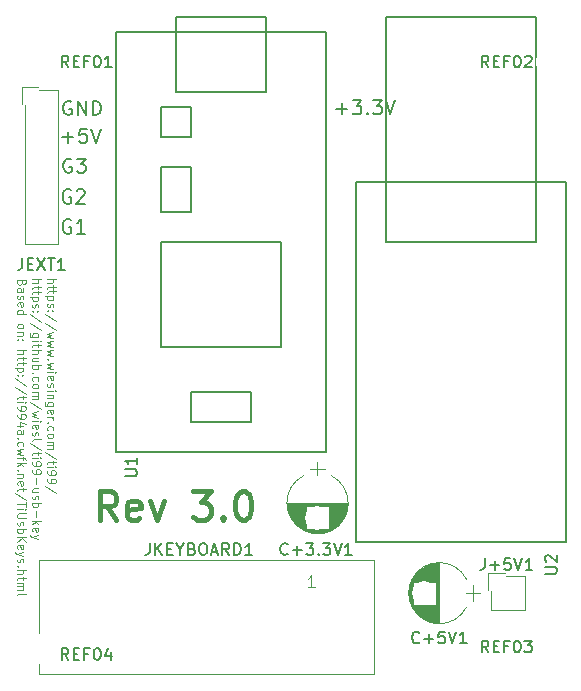
<source format=gto>
%TF.GenerationSoftware,KiCad,Pcbnew,4.0.7*%
%TF.CreationDate,2017-09-16T19:45:42+02:00*%
%TF.ProjectId,ti99-usb-key,746939392D7573622D6B65792E6B6963,3.0*%
%TF.FileFunction,Legend,Top*%
%FSLAX46Y46*%
G04 Gerber Fmt 4.6, Leading zero omitted, Abs format (unit mm)*
G04 Created by KiCad (PCBNEW 4.0.7) date 09/16/17 19:45:42*
%MOMM*%
%LPD*%
G01*
G04 APERTURE LIST*
%ADD10C,0.101600*%
%ADD11C,0.120000*%
%ADD12C,0.400000*%
%ADD13C,0.200000*%
%ADD14C,0.150000*%
%ADD15C,2.600000*%
%ADD16C,2.000000*%
%ADD17R,2.000000X2.000000*%
%ADD18R,2.127200X2.127200*%
%ADD19O,2.127200X2.127200*%
%ADD20R,2.400000X2.400000*%
%ADD21C,2.400000*%
G04 APERTURE END LIST*
D10*
D11*
X876929Y33400002D02*
X842643Y33297145D01*
X808357Y33262860D01*
X739786Y33228574D01*
X636929Y33228574D01*
X568357Y33262860D01*
X534071Y33297145D01*
X499786Y33365717D01*
X499786Y33640002D01*
X1219786Y33640002D01*
X1219786Y33400002D01*
X1185500Y33331431D01*
X1151214Y33297145D01*
X1082643Y33262860D01*
X1014071Y33262860D01*
X945500Y33297145D01*
X911214Y33331431D01*
X876929Y33400002D01*
X876929Y33640002D01*
X499786Y32611431D02*
X876929Y32611431D01*
X945500Y32645717D01*
X979786Y32714288D01*
X979786Y32851431D01*
X945500Y32920002D01*
X534071Y32611431D02*
X499786Y32680002D01*
X499786Y32851431D01*
X534071Y32920002D01*
X602643Y32954288D01*
X671214Y32954288D01*
X739786Y32920002D01*
X774071Y32851431D01*
X774071Y32680002D01*
X808357Y32611431D01*
X534071Y32302859D02*
X499786Y32234288D01*
X499786Y32097145D01*
X534071Y32028573D01*
X602643Y31994288D01*
X636929Y31994288D01*
X705500Y32028573D01*
X739786Y32097145D01*
X739786Y32200002D01*
X774071Y32268573D01*
X842643Y32302859D01*
X876929Y32302859D01*
X945500Y32268573D01*
X979786Y32200002D01*
X979786Y32097145D01*
X945500Y32028573D01*
X534071Y31411431D02*
X499786Y31480002D01*
X499786Y31617145D01*
X534071Y31685716D01*
X602643Y31720002D01*
X876929Y31720002D01*
X945500Y31685716D01*
X979786Y31617145D01*
X979786Y31480002D01*
X945500Y31411431D01*
X876929Y31377145D01*
X808357Y31377145D01*
X739786Y31720002D01*
X499786Y30760002D02*
X1219786Y30760002D01*
X534071Y30760002D02*
X499786Y30828573D01*
X499786Y30965716D01*
X534071Y31034288D01*
X568357Y31068573D01*
X636929Y31102859D01*
X842643Y31102859D01*
X911214Y31068573D01*
X945500Y31034288D01*
X979786Y30965716D01*
X979786Y30828573D01*
X945500Y30760002D01*
X499786Y29765716D02*
X534071Y29834288D01*
X568357Y29868573D01*
X636929Y29902859D01*
X842643Y29902859D01*
X911214Y29868573D01*
X945500Y29834288D01*
X979786Y29765716D01*
X979786Y29662859D01*
X945500Y29594288D01*
X911214Y29560002D01*
X842643Y29525716D01*
X636929Y29525716D01*
X568357Y29560002D01*
X534071Y29594288D01*
X499786Y29662859D01*
X499786Y29765716D01*
X979786Y29217144D02*
X499786Y29217144D01*
X911214Y29217144D02*
X945500Y29182859D01*
X979786Y29114287D01*
X979786Y29011430D01*
X945500Y28942859D01*
X876929Y28908573D01*
X499786Y28908573D01*
X568357Y28565715D02*
X534071Y28531430D01*
X499786Y28565715D01*
X534071Y28600001D01*
X568357Y28565715D01*
X499786Y28565715D01*
X945500Y28565715D02*
X911214Y28531430D01*
X876929Y28565715D01*
X911214Y28600001D01*
X945500Y28565715D01*
X876929Y28565715D01*
X499786Y27674287D02*
X1219786Y27674287D01*
X499786Y27365716D02*
X876929Y27365716D01*
X945500Y27400002D01*
X979786Y27468573D01*
X979786Y27571430D01*
X945500Y27640002D01*
X911214Y27674287D01*
X979786Y27125716D02*
X979786Y26851430D01*
X1219786Y27022858D02*
X602643Y27022858D01*
X534071Y26988573D01*
X499786Y26920001D01*
X499786Y26851430D01*
X979786Y26714287D02*
X979786Y26440001D01*
X1219786Y26611429D02*
X602643Y26611429D01*
X534071Y26577144D01*
X499786Y26508572D01*
X499786Y26440001D01*
X979786Y26200000D02*
X259786Y26200000D01*
X945500Y26200000D02*
X979786Y26131429D01*
X979786Y25994286D01*
X945500Y25925715D01*
X911214Y25891429D01*
X842643Y25857143D01*
X636929Y25857143D01*
X568357Y25891429D01*
X534071Y25925715D01*
X499786Y25994286D01*
X499786Y26131429D01*
X534071Y26200000D01*
X568357Y25548571D02*
X534071Y25514286D01*
X499786Y25548571D01*
X534071Y25582857D01*
X568357Y25548571D01*
X499786Y25548571D01*
X945500Y25548571D02*
X911214Y25514286D01*
X876929Y25548571D01*
X911214Y25582857D01*
X945500Y25548571D01*
X876929Y25548571D01*
X1254071Y24691429D02*
X328357Y25308572D01*
X1254071Y23937143D02*
X328357Y24554286D01*
X979786Y23800000D02*
X979786Y23525714D01*
X1219786Y23697142D02*
X602643Y23697142D01*
X534071Y23662857D01*
X499786Y23594285D01*
X499786Y23525714D01*
X499786Y23285713D02*
X979786Y23285713D01*
X1219786Y23285713D02*
X1185500Y23319999D01*
X1151214Y23285713D01*
X1185500Y23251428D01*
X1219786Y23285713D01*
X1151214Y23285713D01*
X499786Y22908571D02*
X499786Y22771428D01*
X534071Y22702856D01*
X568357Y22668571D01*
X671214Y22599999D01*
X808357Y22565714D01*
X1082643Y22565714D01*
X1151214Y22599999D01*
X1185500Y22634285D01*
X1219786Y22702856D01*
X1219786Y22839999D01*
X1185500Y22908571D01*
X1151214Y22942856D01*
X1082643Y22977142D01*
X911214Y22977142D01*
X842643Y22942856D01*
X808357Y22908571D01*
X774071Y22839999D01*
X774071Y22702856D01*
X808357Y22634285D01*
X842643Y22599999D01*
X911214Y22565714D01*
X499786Y22222857D02*
X499786Y22085714D01*
X534071Y22017142D01*
X568357Y21982857D01*
X671214Y21914285D01*
X808357Y21880000D01*
X1082643Y21880000D01*
X1151214Y21914285D01*
X1185500Y21948571D01*
X1219786Y22017142D01*
X1219786Y22154285D01*
X1185500Y22222857D01*
X1151214Y22257142D01*
X1082643Y22291428D01*
X911214Y22291428D01*
X842643Y22257142D01*
X808357Y22222857D01*
X774071Y22154285D01*
X774071Y22017142D01*
X808357Y21948571D01*
X842643Y21914285D01*
X911214Y21880000D01*
X979786Y21262857D02*
X499786Y21262857D01*
X1254071Y21434286D02*
X739786Y21605714D01*
X739786Y21160000D01*
X499786Y20577143D02*
X876929Y20577143D01*
X945500Y20611429D01*
X979786Y20680000D01*
X979786Y20817143D01*
X945500Y20885714D01*
X534071Y20577143D02*
X499786Y20645714D01*
X499786Y20817143D01*
X534071Y20885714D01*
X602643Y20920000D01*
X671214Y20920000D01*
X739786Y20885714D01*
X774071Y20817143D01*
X774071Y20645714D01*
X808357Y20577143D01*
X568357Y20234285D02*
X534071Y20200000D01*
X499786Y20234285D01*
X534071Y20268571D01*
X568357Y20234285D01*
X499786Y20234285D01*
X534071Y19582857D02*
X499786Y19651428D01*
X499786Y19788571D01*
X534071Y19857143D01*
X568357Y19891428D01*
X636929Y19925714D01*
X842643Y19925714D01*
X911214Y19891428D01*
X945500Y19857143D01*
X979786Y19788571D01*
X979786Y19651428D01*
X945500Y19582857D01*
X979786Y19342857D02*
X499786Y19205714D01*
X842643Y19068571D01*
X499786Y18931428D01*
X979786Y18794285D01*
X979786Y18622857D02*
X979786Y18348571D01*
X499786Y18519999D02*
X1116929Y18519999D01*
X1185500Y18485714D01*
X1219786Y18417142D01*
X1219786Y18348571D01*
X499786Y18108570D02*
X1219786Y18108570D01*
X774071Y18039999D02*
X499786Y17834285D01*
X979786Y17834285D02*
X705500Y18108570D01*
X568357Y17525713D02*
X534071Y17491428D01*
X499786Y17525713D01*
X534071Y17559999D01*
X568357Y17525713D01*
X499786Y17525713D01*
X979786Y17182856D02*
X499786Y17182856D01*
X911214Y17182856D02*
X945500Y17148571D01*
X979786Y17079999D01*
X979786Y16977142D01*
X945500Y16908571D01*
X876929Y16874285D01*
X499786Y16874285D01*
X534071Y16257142D02*
X499786Y16325713D01*
X499786Y16462856D01*
X534071Y16531427D01*
X602643Y16565713D01*
X876929Y16565713D01*
X945500Y16531427D01*
X979786Y16462856D01*
X979786Y16325713D01*
X945500Y16257142D01*
X876929Y16222856D01*
X808357Y16222856D01*
X739786Y16565713D01*
X979786Y16017142D02*
X979786Y15742856D01*
X1219786Y15914284D02*
X602643Y15914284D01*
X534071Y15879999D01*
X499786Y15811427D01*
X499786Y15742856D01*
X1254071Y14988570D02*
X328357Y15605713D01*
X1219786Y14851427D02*
X1219786Y14439998D01*
X499786Y14645712D02*
X1219786Y14645712D01*
X499786Y14199998D02*
X979786Y14199998D01*
X1219786Y14199998D02*
X1185500Y14234284D01*
X1151214Y14199998D01*
X1185500Y14165713D01*
X1219786Y14199998D01*
X1151214Y14199998D01*
X1219786Y13857141D02*
X636929Y13857141D01*
X568357Y13822856D01*
X534071Y13788570D01*
X499786Y13719999D01*
X499786Y13582856D01*
X534071Y13514284D01*
X568357Y13479999D01*
X636929Y13445713D01*
X1219786Y13445713D01*
X534071Y13137141D02*
X499786Y13068570D01*
X499786Y12931427D01*
X534071Y12862855D01*
X602643Y12828570D01*
X636929Y12828570D01*
X705500Y12862855D01*
X739786Y12931427D01*
X739786Y13034284D01*
X774071Y13102855D01*
X842643Y13137141D01*
X876929Y13137141D01*
X945500Y13102855D01*
X979786Y13034284D01*
X979786Y12931427D01*
X945500Y12862855D01*
X499786Y12519998D02*
X1219786Y12519998D01*
X945500Y12519998D02*
X979786Y12451427D01*
X979786Y12314284D01*
X945500Y12245713D01*
X911214Y12211427D01*
X842643Y12177141D01*
X636929Y12177141D01*
X568357Y12211427D01*
X534071Y12245713D01*
X499786Y12314284D01*
X499786Y12451427D01*
X534071Y12519998D01*
X499786Y11868569D02*
X1219786Y11868569D01*
X499786Y11457141D02*
X911214Y11765712D01*
X1219786Y11457141D02*
X808357Y11868569D01*
X534071Y10874284D02*
X499786Y10942855D01*
X499786Y11079998D01*
X534071Y11148569D01*
X602643Y11182855D01*
X876929Y11182855D01*
X945500Y11148569D01*
X979786Y11079998D01*
X979786Y10942855D01*
X945500Y10874284D01*
X876929Y10839998D01*
X808357Y10839998D01*
X739786Y11182855D01*
X979786Y10599998D02*
X499786Y10428569D01*
X979786Y10257141D02*
X499786Y10428569D01*
X328357Y10497141D01*
X294071Y10531426D01*
X259786Y10599998D01*
X534071Y10017141D02*
X499786Y9948570D01*
X499786Y9811427D01*
X534071Y9742855D01*
X602643Y9708570D01*
X636929Y9708570D01*
X705500Y9742855D01*
X739786Y9811427D01*
X739786Y9914284D01*
X774071Y9982855D01*
X842643Y10017141D01*
X876929Y10017141D01*
X945500Y9982855D01*
X979786Y9914284D01*
X979786Y9811427D01*
X945500Y9742855D01*
X568357Y9399998D02*
X534071Y9365713D01*
X499786Y9399998D01*
X534071Y9434284D01*
X568357Y9399998D01*
X499786Y9399998D01*
X499786Y9057141D02*
X1219786Y9057141D01*
X499786Y8748570D02*
X876929Y8748570D01*
X945500Y8782856D01*
X979786Y8851427D01*
X979786Y8954284D01*
X945500Y9022856D01*
X911214Y9057141D01*
X979786Y8508570D02*
X979786Y8234284D01*
X1219786Y8405712D02*
X602643Y8405712D01*
X534071Y8371427D01*
X499786Y8302855D01*
X499786Y8234284D01*
X499786Y7994283D02*
X979786Y7994283D01*
X911214Y7994283D02*
X945500Y7959998D01*
X979786Y7891426D01*
X979786Y7788569D01*
X945500Y7719998D01*
X876929Y7685712D01*
X499786Y7685712D01*
X876929Y7685712D02*
X945500Y7651426D01*
X979786Y7582855D01*
X979786Y7479998D01*
X945500Y7411426D01*
X876929Y7377141D01*
X499786Y7377141D01*
X499786Y6931426D02*
X534071Y6999998D01*
X602643Y7034283D01*
X1219786Y7034283D01*
X1769786Y33670145D02*
X2489786Y33670145D01*
X1769786Y33361574D02*
X2146929Y33361574D01*
X2215500Y33395860D01*
X2249786Y33464431D01*
X2249786Y33567288D01*
X2215500Y33635860D01*
X2181214Y33670145D01*
X2249786Y33121574D02*
X2249786Y32847288D01*
X2489786Y33018716D02*
X1872643Y33018716D01*
X1804071Y32984431D01*
X1769786Y32915859D01*
X1769786Y32847288D01*
X2249786Y32710145D02*
X2249786Y32435859D01*
X2489786Y32607287D02*
X1872643Y32607287D01*
X1804071Y32573002D01*
X1769786Y32504430D01*
X1769786Y32435859D01*
X2249786Y32195858D02*
X1529786Y32195858D01*
X2215500Y32195858D02*
X2249786Y32127287D01*
X2249786Y31990144D01*
X2215500Y31921573D01*
X2181214Y31887287D01*
X2112643Y31853001D01*
X1906929Y31853001D01*
X1838357Y31887287D01*
X1804071Y31921573D01*
X1769786Y31990144D01*
X1769786Y32127287D01*
X1804071Y32195858D01*
X1804071Y31578715D02*
X1769786Y31510144D01*
X1769786Y31373001D01*
X1804071Y31304429D01*
X1872643Y31270144D01*
X1906929Y31270144D01*
X1975500Y31304429D01*
X2009786Y31373001D01*
X2009786Y31475858D01*
X2044071Y31544429D01*
X2112643Y31578715D01*
X2146929Y31578715D01*
X2215500Y31544429D01*
X2249786Y31475858D01*
X2249786Y31373001D01*
X2215500Y31304429D01*
X1838357Y30961572D02*
X1804071Y30927287D01*
X1769786Y30961572D01*
X1804071Y30995858D01*
X1838357Y30961572D01*
X1769786Y30961572D01*
X2215500Y30961572D02*
X2181214Y30927287D01*
X2146929Y30961572D01*
X2181214Y30995858D01*
X2215500Y30961572D01*
X2146929Y30961572D01*
X2524071Y30104430D02*
X1598357Y30721573D01*
X2524071Y29350144D02*
X1598357Y29967287D01*
X2249786Y28801572D02*
X1666929Y28801572D01*
X1598357Y28835858D01*
X1564071Y28870143D01*
X1529786Y28938715D01*
X1529786Y29041572D01*
X1564071Y29110143D01*
X1804071Y28801572D02*
X1769786Y28870143D01*
X1769786Y29007286D01*
X1804071Y29075858D01*
X1838357Y29110143D01*
X1906929Y29144429D01*
X2112643Y29144429D01*
X2181214Y29110143D01*
X2215500Y29075858D01*
X2249786Y29007286D01*
X2249786Y28870143D01*
X2215500Y28801572D01*
X1769786Y28458714D02*
X2249786Y28458714D01*
X2489786Y28458714D02*
X2455500Y28493000D01*
X2421214Y28458714D01*
X2455500Y28424429D01*
X2489786Y28458714D01*
X2421214Y28458714D01*
X2249786Y28218715D02*
X2249786Y27944429D01*
X2489786Y28115857D02*
X1872643Y28115857D01*
X1804071Y28081572D01*
X1769786Y28013000D01*
X1769786Y27944429D01*
X1769786Y27704428D02*
X2489786Y27704428D01*
X1769786Y27395857D02*
X2146929Y27395857D01*
X2215500Y27430143D01*
X2249786Y27498714D01*
X2249786Y27601571D01*
X2215500Y27670143D01*
X2181214Y27704428D01*
X2249786Y26744428D02*
X1769786Y26744428D01*
X2249786Y27052999D02*
X1872643Y27052999D01*
X1804071Y27018714D01*
X1769786Y26950142D01*
X1769786Y26847285D01*
X1804071Y26778714D01*
X1838357Y26744428D01*
X1769786Y26401570D02*
X2489786Y26401570D01*
X2215500Y26401570D02*
X2249786Y26332999D01*
X2249786Y26195856D01*
X2215500Y26127285D01*
X2181214Y26092999D01*
X2112643Y26058713D01*
X1906929Y26058713D01*
X1838357Y26092999D01*
X1804071Y26127285D01*
X1769786Y26195856D01*
X1769786Y26332999D01*
X1804071Y26401570D01*
X1838357Y25750141D02*
X1804071Y25715856D01*
X1769786Y25750141D01*
X1804071Y25784427D01*
X1838357Y25750141D01*
X1769786Y25750141D01*
X1804071Y25098713D02*
X1769786Y25167284D01*
X1769786Y25304427D01*
X1804071Y25372999D01*
X1838357Y25407284D01*
X1906929Y25441570D01*
X2112643Y25441570D01*
X2181214Y25407284D01*
X2215500Y25372999D01*
X2249786Y25304427D01*
X2249786Y25167284D01*
X2215500Y25098713D01*
X1769786Y24687284D02*
X1804071Y24755856D01*
X1838357Y24790141D01*
X1906929Y24824427D01*
X2112643Y24824427D01*
X2181214Y24790141D01*
X2215500Y24755856D01*
X2249786Y24687284D01*
X2249786Y24584427D01*
X2215500Y24515856D01*
X2181214Y24481570D01*
X2112643Y24447284D01*
X1906929Y24447284D01*
X1838357Y24481570D01*
X1804071Y24515856D01*
X1769786Y24584427D01*
X1769786Y24687284D01*
X1769786Y24138712D02*
X2249786Y24138712D01*
X2181214Y24138712D02*
X2215500Y24104427D01*
X2249786Y24035855D01*
X2249786Y23932998D01*
X2215500Y23864427D01*
X2146929Y23830141D01*
X1769786Y23830141D01*
X2146929Y23830141D02*
X2215500Y23795855D01*
X2249786Y23727284D01*
X2249786Y23624427D01*
X2215500Y23555855D01*
X2146929Y23521570D01*
X1769786Y23521570D01*
X2524071Y22664427D02*
X1598357Y23281570D01*
X2249786Y22492998D02*
X1769786Y22355855D01*
X2112643Y22218712D01*
X1769786Y22081569D01*
X2249786Y21944426D01*
X1769786Y21670140D02*
X2249786Y21670140D01*
X2489786Y21670140D02*
X2455500Y21704426D01*
X2421214Y21670140D01*
X2455500Y21635855D01*
X2489786Y21670140D01*
X2421214Y21670140D01*
X1804071Y21052998D02*
X1769786Y21121569D01*
X1769786Y21258712D01*
X1804071Y21327283D01*
X1872643Y21361569D01*
X2146929Y21361569D01*
X2215500Y21327283D01*
X2249786Y21258712D01*
X2249786Y21121569D01*
X2215500Y21052998D01*
X2146929Y21018712D01*
X2078357Y21018712D01*
X2009786Y21361569D01*
X1804071Y20744426D02*
X1769786Y20675855D01*
X1769786Y20538712D01*
X1804071Y20470140D01*
X1872643Y20435855D01*
X1906929Y20435855D01*
X1975500Y20470140D01*
X2009786Y20538712D01*
X2009786Y20641569D01*
X2044071Y20710140D01*
X2112643Y20744426D01*
X2146929Y20744426D01*
X2215500Y20710140D01*
X2249786Y20641569D01*
X2249786Y20538712D01*
X2215500Y20470140D01*
X1769786Y20024426D02*
X1804071Y20092998D01*
X1872643Y20127283D01*
X2489786Y20127283D01*
X2524071Y19235855D02*
X1598357Y19852998D01*
X2249786Y19098712D02*
X2249786Y18824426D01*
X2489786Y18995854D02*
X1872643Y18995854D01*
X1804071Y18961569D01*
X1769786Y18892997D01*
X1769786Y18824426D01*
X1769786Y18584425D02*
X2249786Y18584425D01*
X2489786Y18584425D02*
X2455500Y18618711D01*
X2421214Y18584425D01*
X2455500Y18550140D01*
X2489786Y18584425D01*
X2421214Y18584425D01*
X1769786Y18207283D02*
X1769786Y18070140D01*
X1804071Y18001568D01*
X1838357Y17967283D01*
X1941214Y17898711D01*
X2078357Y17864426D01*
X2352643Y17864426D01*
X2421214Y17898711D01*
X2455500Y17932997D01*
X2489786Y18001568D01*
X2489786Y18138711D01*
X2455500Y18207283D01*
X2421214Y18241568D01*
X2352643Y18275854D01*
X2181214Y18275854D01*
X2112643Y18241568D01*
X2078357Y18207283D01*
X2044071Y18138711D01*
X2044071Y18001568D01*
X2078357Y17932997D01*
X2112643Y17898711D01*
X2181214Y17864426D01*
X1769786Y17521569D02*
X1769786Y17384426D01*
X1804071Y17315854D01*
X1838357Y17281569D01*
X1941214Y17212997D01*
X2078357Y17178712D01*
X2352643Y17178712D01*
X2421214Y17212997D01*
X2455500Y17247283D01*
X2489786Y17315854D01*
X2489786Y17452997D01*
X2455500Y17521569D01*
X2421214Y17555854D01*
X2352643Y17590140D01*
X2181214Y17590140D01*
X2112643Y17555854D01*
X2078357Y17521569D01*
X2044071Y17452997D01*
X2044071Y17315854D01*
X2078357Y17247283D01*
X2112643Y17212997D01*
X2181214Y17178712D01*
X2044071Y16870140D02*
X2044071Y16321569D01*
X2249786Y15670140D02*
X1769786Y15670140D01*
X2249786Y15978711D02*
X1872643Y15978711D01*
X1804071Y15944426D01*
X1769786Y15875854D01*
X1769786Y15772997D01*
X1804071Y15704426D01*
X1838357Y15670140D01*
X1804071Y15361568D02*
X1769786Y15292997D01*
X1769786Y15155854D01*
X1804071Y15087282D01*
X1872643Y15052997D01*
X1906929Y15052997D01*
X1975500Y15087282D01*
X2009786Y15155854D01*
X2009786Y15258711D01*
X2044071Y15327282D01*
X2112643Y15361568D01*
X2146929Y15361568D01*
X2215500Y15327282D01*
X2249786Y15258711D01*
X2249786Y15155854D01*
X2215500Y15087282D01*
X1769786Y14744425D02*
X2489786Y14744425D01*
X2215500Y14744425D02*
X2249786Y14675854D01*
X2249786Y14538711D01*
X2215500Y14470140D01*
X2181214Y14435854D01*
X2112643Y14401568D01*
X1906929Y14401568D01*
X1838357Y14435854D01*
X1804071Y14470140D01*
X1769786Y14538711D01*
X1769786Y14675854D01*
X1804071Y14744425D01*
X2044071Y14092996D02*
X2044071Y13544425D01*
X1769786Y13201567D02*
X2489786Y13201567D01*
X2044071Y13132996D02*
X1769786Y12927282D01*
X2249786Y12927282D02*
X1975500Y13201567D01*
X1804071Y12344425D02*
X1769786Y12412996D01*
X1769786Y12550139D01*
X1804071Y12618710D01*
X1872643Y12652996D01*
X2146929Y12652996D01*
X2215500Y12618710D01*
X2249786Y12550139D01*
X2249786Y12412996D01*
X2215500Y12344425D01*
X2146929Y12310139D01*
X2078357Y12310139D01*
X2009786Y12652996D01*
X2249786Y12070139D02*
X1769786Y11898710D01*
X2249786Y11727282D02*
X1769786Y11898710D01*
X1598357Y11967282D01*
X1564071Y12001567D01*
X1529786Y12070139D01*
D12*
X8871572Y13328786D02*
X8071572Y14471643D01*
X7500144Y13328786D02*
X7500144Y15728786D01*
X8414429Y15728786D01*
X8643001Y15614500D01*
X8757286Y15500214D01*
X8871572Y15271643D01*
X8871572Y14928786D01*
X8757286Y14700214D01*
X8643001Y14585929D01*
X8414429Y14471643D01*
X7500144Y14471643D01*
X10814429Y13443071D02*
X10585858Y13328786D01*
X10128715Y13328786D01*
X9900144Y13443071D01*
X9785858Y13671643D01*
X9785858Y14585929D01*
X9900144Y14814500D01*
X10128715Y14928786D01*
X10585858Y14928786D01*
X10814429Y14814500D01*
X10928715Y14585929D01*
X10928715Y14357357D01*
X9785858Y14128786D01*
X11728715Y14928786D02*
X12300144Y13328786D01*
X12871572Y14928786D01*
X15385857Y15728786D02*
X16871571Y15728786D01*
X16071571Y14814500D01*
X16414429Y14814500D01*
X16643000Y14700214D01*
X16757286Y14585929D01*
X16871571Y14357357D01*
X16871571Y13785929D01*
X16757286Y13557357D01*
X16643000Y13443071D01*
X16414429Y13328786D01*
X15728714Y13328786D01*
X15500143Y13443071D01*
X15385857Y13557357D01*
X17900143Y13557357D02*
X18014428Y13443071D01*
X17900143Y13328786D01*
X17785857Y13443071D01*
X17900143Y13557357D01*
X17900143Y13328786D01*
X19500142Y15728786D02*
X19728714Y15728786D01*
X19957285Y15614500D01*
X20071571Y15500214D01*
X20185857Y15271643D01*
X20300142Y14814500D01*
X20300142Y14243071D01*
X20185857Y13785929D01*
X20071571Y13557357D01*
X19957285Y13443071D01*
X19728714Y13328786D01*
X19500142Y13328786D01*
X19271571Y13443071D01*
X19157285Y13557357D01*
X19043000Y13785929D01*
X18928714Y14243071D01*
X18928714Y14814500D01*
X19043000Y15271643D01*
X19157285Y15500214D01*
X19271571Y15614500D01*
X19500142Y15728786D01*
D11*
X3039786Y33718644D02*
X3759786Y33718644D01*
X3039786Y33410073D02*
X3416929Y33410073D01*
X3485500Y33444359D01*
X3519786Y33512930D01*
X3519786Y33615787D01*
X3485500Y33684359D01*
X3451214Y33718644D01*
X3519786Y33170073D02*
X3519786Y32895787D01*
X3759786Y33067215D02*
X3142643Y33067215D01*
X3074071Y33032930D01*
X3039786Y32964358D01*
X3039786Y32895787D01*
X3519786Y32758644D02*
X3519786Y32484358D01*
X3759786Y32655786D02*
X3142643Y32655786D01*
X3074071Y32621501D01*
X3039786Y32552929D01*
X3039786Y32484358D01*
X3519786Y32244357D02*
X2799786Y32244357D01*
X3485500Y32244357D02*
X3519786Y32175786D01*
X3519786Y32038643D01*
X3485500Y31970072D01*
X3451214Y31935786D01*
X3382643Y31901500D01*
X3176929Y31901500D01*
X3108357Y31935786D01*
X3074071Y31970072D01*
X3039786Y32038643D01*
X3039786Y32175786D01*
X3074071Y32244357D01*
X3074071Y31627214D02*
X3039786Y31558643D01*
X3039786Y31421500D01*
X3074071Y31352928D01*
X3142643Y31318643D01*
X3176929Y31318643D01*
X3245500Y31352928D01*
X3279786Y31421500D01*
X3279786Y31524357D01*
X3314071Y31592928D01*
X3382643Y31627214D01*
X3416929Y31627214D01*
X3485500Y31592928D01*
X3519786Y31524357D01*
X3519786Y31421500D01*
X3485500Y31352928D01*
X3108357Y31010071D02*
X3074071Y30975786D01*
X3039786Y31010071D01*
X3074071Y31044357D01*
X3108357Y31010071D01*
X3039786Y31010071D01*
X3485500Y31010071D02*
X3451214Y30975786D01*
X3416929Y31010071D01*
X3451214Y31044357D01*
X3485500Y31010071D01*
X3416929Y31010071D01*
X3794071Y30152929D02*
X2868357Y30770072D01*
X3794071Y29398643D02*
X2868357Y30015786D01*
X3519786Y29227214D02*
X3039786Y29090071D01*
X3382643Y28952928D01*
X3039786Y28815785D01*
X3519786Y28678642D01*
X3519786Y28472928D02*
X3039786Y28335785D01*
X3382643Y28198642D01*
X3039786Y28061499D01*
X3519786Y27924356D01*
X3519786Y27718642D02*
X3039786Y27581499D01*
X3382643Y27444356D01*
X3039786Y27307213D01*
X3519786Y27170070D01*
X3108357Y26895784D02*
X3074071Y26861499D01*
X3039786Y26895784D01*
X3074071Y26930070D01*
X3108357Y26895784D01*
X3039786Y26895784D01*
X3519786Y26621499D02*
X3039786Y26484356D01*
X3382643Y26347213D01*
X3039786Y26210070D01*
X3519786Y26072927D01*
X3039786Y25798641D02*
X3519786Y25798641D01*
X3759786Y25798641D02*
X3725500Y25832927D01*
X3691214Y25798641D01*
X3725500Y25764356D01*
X3759786Y25798641D01*
X3691214Y25798641D01*
X3074071Y25181499D02*
X3039786Y25250070D01*
X3039786Y25387213D01*
X3074071Y25455784D01*
X3142643Y25490070D01*
X3416929Y25490070D01*
X3485500Y25455784D01*
X3519786Y25387213D01*
X3519786Y25250070D01*
X3485500Y25181499D01*
X3416929Y25147213D01*
X3348357Y25147213D01*
X3279786Y25490070D01*
X3074071Y24872927D02*
X3039786Y24804356D01*
X3039786Y24667213D01*
X3074071Y24598641D01*
X3142643Y24564356D01*
X3176929Y24564356D01*
X3245500Y24598641D01*
X3279786Y24667213D01*
X3279786Y24770070D01*
X3314071Y24838641D01*
X3382643Y24872927D01*
X3416929Y24872927D01*
X3485500Y24838641D01*
X3519786Y24770070D01*
X3519786Y24667213D01*
X3485500Y24598641D01*
X3039786Y24255784D02*
X3519786Y24255784D01*
X3759786Y24255784D02*
X3725500Y24290070D01*
X3691214Y24255784D01*
X3725500Y24221499D01*
X3759786Y24255784D01*
X3691214Y24255784D01*
X3519786Y23912927D02*
X3039786Y23912927D01*
X3451214Y23912927D02*
X3485500Y23878642D01*
X3519786Y23810070D01*
X3519786Y23707213D01*
X3485500Y23638642D01*
X3416929Y23604356D01*
X3039786Y23604356D01*
X3519786Y22952927D02*
X2936929Y22952927D01*
X2868357Y22987213D01*
X2834071Y23021498D01*
X2799786Y23090070D01*
X2799786Y23192927D01*
X2834071Y23261498D01*
X3074071Y22952927D02*
X3039786Y23021498D01*
X3039786Y23158641D01*
X3074071Y23227213D01*
X3108357Y23261498D01*
X3176929Y23295784D01*
X3382643Y23295784D01*
X3451214Y23261498D01*
X3485500Y23227213D01*
X3519786Y23158641D01*
X3519786Y23021498D01*
X3485500Y22952927D01*
X3074071Y22335784D02*
X3039786Y22404355D01*
X3039786Y22541498D01*
X3074071Y22610069D01*
X3142643Y22644355D01*
X3416929Y22644355D01*
X3485500Y22610069D01*
X3519786Y22541498D01*
X3519786Y22404355D01*
X3485500Y22335784D01*
X3416929Y22301498D01*
X3348357Y22301498D01*
X3279786Y22644355D01*
X3039786Y21992926D02*
X3519786Y21992926D01*
X3382643Y21992926D02*
X3451214Y21958641D01*
X3485500Y21924355D01*
X3519786Y21855784D01*
X3519786Y21787212D01*
X3108357Y21547212D02*
X3074071Y21512927D01*
X3039786Y21547212D01*
X3074071Y21581498D01*
X3108357Y21547212D01*
X3039786Y21547212D01*
X3074071Y20895784D02*
X3039786Y20964355D01*
X3039786Y21101498D01*
X3074071Y21170070D01*
X3108357Y21204355D01*
X3176929Y21238641D01*
X3382643Y21238641D01*
X3451214Y21204355D01*
X3485500Y21170070D01*
X3519786Y21101498D01*
X3519786Y20964355D01*
X3485500Y20895784D01*
X3039786Y20484355D02*
X3074071Y20552927D01*
X3108357Y20587212D01*
X3176929Y20621498D01*
X3382643Y20621498D01*
X3451214Y20587212D01*
X3485500Y20552927D01*
X3519786Y20484355D01*
X3519786Y20381498D01*
X3485500Y20312927D01*
X3451214Y20278641D01*
X3382643Y20244355D01*
X3176929Y20244355D01*
X3108357Y20278641D01*
X3074071Y20312927D01*
X3039786Y20381498D01*
X3039786Y20484355D01*
X3039786Y19935783D02*
X3519786Y19935783D01*
X3451214Y19935783D02*
X3485500Y19901498D01*
X3519786Y19832926D01*
X3519786Y19730069D01*
X3485500Y19661498D01*
X3416929Y19627212D01*
X3039786Y19627212D01*
X3416929Y19627212D02*
X3485500Y19592926D01*
X3519786Y19524355D01*
X3519786Y19421498D01*
X3485500Y19352926D01*
X3416929Y19318641D01*
X3039786Y19318641D01*
X3794071Y18461498D02*
X2868357Y19078641D01*
X3519786Y18324355D02*
X3519786Y18050069D01*
X3759786Y18221497D02*
X3142643Y18221497D01*
X3074071Y18187212D01*
X3039786Y18118640D01*
X3039786Y18050069D01*
X3039786Y17810068D02*
X3519786Y17810068D01*
X3759786Y17810068D02*
X3725500Y17844354D01*
X3691214Y17810068D01*
X3725500Y17775783D01*
X3759786Y17810068D01*
X3691214Y17810068D01*
X3039786Y17432926D02*
X3039786Y17295783D01*
X3074071Y17227211D01*
X3108357Y17192926D01*
X3211214Y17124354D01*
X3348357Y17090069D01*
X3622643Y17090069D01*
X3691214Y17124354D01*
X3725500Y17158640D01*
X3759786Y17227211D01*
X3759786Y17364354D01*
X3725500Y17432926D01*
X3691214Y17467211D01*
X3622643Y17501497D01*
X3451214Y17501497D01*
X3382643Y17467211D01*
X3348357Y17432926D01*
X3314071Y17364354D01*
X3314071Y17227211D01*
X3348357Y17158640D01*
X3382643Y17124354D01*
X3451214Y17090069D01*
X3039786Y16747212D02*
X3039786Y16610069D01*
X3074071Y16541497D01*
X3108357Y16507212D01*
X3211214Y16438640D01*
X3348357Y16404355D01*
X3622643Y16404355D01*
X3691214Y16438640D01*
X3725500Y16472926D01*
X3759786Y16541497D01*
X3759786Y16678640D01*
X3725500Y16747212D01*
X3691214Y16781497D01*
X3622643Y16815783D01*
X3451214Y16815783D01*
X3382643Y16781497D01*
X3348357Y16747212D01*
X3314071Y16678640D01*
X3314071Y16541497D01*
X3348357Y16472926D01*
X3382643Y16438640D01*
X3451214Y16404355D01*
X3794071Y15581498D02*
X2868357Y16198641D01*
D13*
X5013358Y38700000D02*
X4899072Y38757143D01*
X4727643Y38757143D01*
X4556215Y38700000D01*
X4441929Y38585714D01*
X4384786Y38471429D01*
X4327643Y38242857D01*
X4327643Y38071429D01*
X4384786Y37842857D01*
X4441929Y37728571D01*
X4556215Y37614286D01*
X4727643Y37557143D01*
X4841929Y37557143D01*
X5013358Y37614286D01*
X5070501Y37671429D01*
X5070501Y38071429D01*
X4841929Y38071429D01*
X6213358Y37557143D02*
X5527643Y37557143D01*
X5870501Y37557143D02*
X5870501Y38757143D01*
X5756215Y38585714D01*
X5641929Y38471429D01*
X5527643Y38414286D01*
X5013358Y41240000D02*
X4899072Y41297143D01*
X4727643Y41297143D01*
X4556215Y41240000D01*
X4441929Y41125714D01*
X4384786Y41011429D01*
X4327643Y40782857D01*
X4327643Y40611429D01*
X4384786Y40382857D01*
X4441929Y40268571D01*
X4556215Y40154286D01*
X4727643Y40097143D01*
X4841929Y40097143D01*
X5013358Y40154286D01*
X5070501Y40211429D01*
X5070501Y40611429D01*
X4841929Y40611429D01*
X5527643Y41182857D02*
X5584786Y41240000D01*
X5699072Y41297143D01*
X5984786Y41297143D01*
X6099072Y41240000D01*
X6156215Y41182857D01*
X6213358Y41068571D01*
X6213358Y40954286D01*
X6156215Y40782857D01*
X5470501Y40097143D01*
X6213358Y40097143D01*
X5076858Y43843500D02*
X4962572Y43900643D01*
X4791143Y43900643D01*
X4619715Y43843500D01*
X4505429Y43729214D01*
X4448286Y43614929D01*
X4391143Y43386357D01*
X4391143Y43214929D01*
X4448286Y42986357D01*
X4505429Y42872071D01*
X4619715Y42757786D01*
X4791143Y42700643D01*
X4905429Y42700643D01*
X5076858Y42757786D01*
X5134001Y42814929D01*
X5134001Y43214929D01*
X4905429Y43214929D01*
X5534001Y43900643D02*
X6276858Y43900643D01*
X5876858Y43443500D01*
X6048286Y43443500D01*
X6162572Y43386357D01*
X6219715Y43329214D01*
X6276858Y43214929D01*
X6276858Y42929214D01*
X6219715Y42814929D01*
X6162572Y42757786D01*
X6048286Y42700643D01*
X5705429Y42700643D01*
X5591143Y42757786D01*
X5534001Y42814929D01*
X4299143Y45697786D02*
X5213429Y45697786D01*
X4756286Y45240643D02*
X4756286Y46154929D01*
X6356286Y46440643D02*
X5784857Y46440643D01*
X5727714Y45869214D01*
X5784857Y45926357D01*
X5899143Y45983500D01*
X6184857Y45983500D01*
X6299143Y45926357D01*
X6356286Y45869214D01*
X6413429Y45754929D01*
X6413429Y45469214D01*
X6356286Y45354929D01*
X6299143Y45297786D01*
X6184857Y45240643D01*
X5899143Y45240643D01*
X5784857Y45297786D01*
X5727714Y45354929D01*
X6756286Y46440643D02*
X7156286Y45240643D01*
X7556286Y46440643D01*
X5054715Y48733000D02*
X4940429Y48790143D01*
X4769000Y48790143D01*
X4597572Y48733000D01*
X4483286Y48618714D01*
X4426143Y48504429D01*
X4369000Y48275857D01*
X4369000Y48104429D01*
X4426143Y47875857D01*
X4483286Y47761571D01*
X4597572Y47647286D01*
X4769000Y47590143D01*
X4883286Y47590143D01*
X5054715Y47647286D01*
X5111858Y47704429D01*
X5111858Y48104429D01*
X4883286Y48104429D01*
X5626143Y47590143D02*
X5626143Y48790143D01*
X6311858Y47590143D01*
X6311858Y48790143D01*
X6883286Y47590143D02*
X6883286Y48790143D01*
X7169001Y48790143D01*
X7340429Y48733000D01*
X7454715Y48618714D01*
X7511858Y48504429D01*
X7569001Y48275857D01*
X7569001Y48104429D01*
X7511858Y47875857D01*
X7454715Y47761571D01*
X7340429Y47647286D01*
X7169001Y47590143D01*
X6883286Y47590143D01*
X27508500Y48110786D02*
X28422786Y48110786D01*
X27965643Y47653643D02*
X27965643Y48567929D01*
X28879929Y48853643D02*
X29622786Y48853643D01*
X29222786Y48396500D01*
X29394214Y48396500D01*
X29508500Y48339357D01*
X29565643Y48282214D01*
X29622786Y48167929D01*
X29622786Y47882214D01*
X29565643Y47767929D01*
X29508500Y47710786D01*
X29394214Y47653643D01*
X29051357Y47653643D01*
X28937071Y47710786D01*
X28879929Y47767929D01*
X30137071Y47767929D02*
X30194214Y47710786D01*
X30137071Y47653643D01*
X30079928Y47710786D01*
X30137071Y47767929D01*
X30137071Y47653643D01*
X30594215Y48853643D02*
X31337072Y48853643D01*
X30937072Y48396500D01*
X31108500Y48396500D01*
X31222786Y48339357D01*
X31279929Y48282214D01*
X31337072Y48167929D01*
X31337072Y47882214D01*
X31279929Y47767929D01*
X31222786Y47710786D01*
X31108500Y47653643D01*
X30765643Y47653643D01*
X30651357Y47710786D01*
X30594215Y47767929D01*
X31679929Y48853643D02*
X32079929Y47653643D01*
X32479929Y48853643D01*
D14*
X13970000Y54610000D02*
X13970000Y55880000D01*
X13970000Y55880000D02*
X21590000Y55880000D01*
X21590000Y55880000D02*
X21590000Y54610000D01*
X12700000Y43180000D02*
X12700000Y39370000D01*
X12700000Y39370000D02*
X15240000Y39370000D01*
X15240000Y39370000D02*
X15240000Y43180000D01*
X15240000Y43180000D02*
X12700000Y43180000D01*
X13970000Y49530000D02*
X21590000Y49530000D01*
X21590000Y49530000D02*
X21590000Y54610000D01*
X13970000Y49530000D02*
X13970000Y54610000D01*
X12700000Y48260000D02*
X12700000Y45720000D01*
X12700000Y45720000D02*
X15240000Y45720000D01*
X15240000Y45720000D02*
X15240000Y48260000D01*
X15240000Y48260000D02*
X12700000Y48260000D01*
X20320000Y21590000D02*
X15240000Y21590000D01*
X15240000Y21590000D02*
X15240000Y24130000D01*
X15240000Y24130000D02*
X20320000Y24130000D01*
X20320000Y24130000D02*
X20320000Y21590000D01*
X12700000Y27940000D02*
X22860000Y27940000D01*
X22860000Y36830000D02*
X12700000Y36830000D01*
X22860000Y27940000D02*
X22860000Y36830000D01*
X12700000Y27940000D02*
X12700000Y36830000D01*
X26670000Y54610000D02*
X26670000Y19050000D01*
X26670000Y19050000D02*
X8890000Y19050000D01*
X8890000Y19050000D02*
X8890000Y54610000D01*
X8890000Y54610000D02*
X26670000Y54610000D01*
D11*
X30730000Y280000D02*
X2290000Y280000D01*
X2290000Y280000D02*
X2290000Y9880000D01*
X2290000Y9880000D02*
X30730000Y9880000D01*
X30730000Y9880000D02*
X30730000Y280000D01*
X2370000Y49680000D02*
X3960000Y49680000D01*
X3960000Y49680000D02*
X3960000Y36680000D01*
X3960000Y36680000D02*
X1120000Y36680000D01*
X1120000Y36680000D02*
X1120000Y48430000D01*
X2270000Y49930000D02*
X870000Y49930000D01*
X870000Y49930000D02*
X870000Y48530000D01*
D14*
X44450000Y36830000D02*
X44450000Y55880000D01*
X44450000Y55880000D02*
X31750000Y55880000D01*
X31750000Y55880000D02*
X31750000Y36830000D01*
X44450000Y36830000D02*
X31750000Y36830000D01*
X29210000Y41910000D02*
X29210000Y11430000D01*
X46990000Y41910000D02*
X46990000Y11430000D01*
X46990000Y11430000D02*
X29210000Y11430000D01*
X29210000Y41910000D02*
X46990000Y41910000D01*
D11*
X33909278Y5932277D02*
G75*
G03X38520580Y5932000I2305722J1179723D01*
G01*
X33909278Y8291723D02*
G75*
G02X38520580Y8292000I2305722J-1179723D01*
G01*
X33909278Y8291723D02*
G75*
G03X33909420Y5932000I2305722J-1179723D01*
G01*
X36215000Y4562000D02*
X36215000Y9662000D01*
X36175000Y4562000D02*
X36175000Y9662000D01*
X36135000Y4563000D02*
X36135000Y9661000D01*
X36095000Y4564000D02*
X36095000Y9660000D01*
X36055000Y4566000D02*
X36055000Y9658000D01*
X36015000Y4569000D02*
X36015000Y9655000D01*
X35975000Y4573000D02*
X35975000Y9651000D01*
X35935000Y4577000D02*
X35935000Y6132000D01*
X35935000Y8092000D02*
X35935000Y9647000D01*
X35895000Y4581000D02*
X35895000Y6132000D01*
X35895000Y8092000D02*
X35895000Y9643000D01*
X35855000Y4587000D02*
X35855000Y6132000D01*
X35855000Y8092000D02*
X35855000Y9637000D01*
X35815000Y4593000D02*
X35815000Y6132000D01*
X35815000Y8092000D02*
X35815000Y9631000D01*
X35775000Y4599000D02*
X35775000Y6132000D01*
X35775000Y8092000D02*
X35775000Y9625000D01*
X35735000Y4606000D02*
X35735000Y6132000D01*
X35735000Y8092000D02*
X35735000Y9618000D01*
X35695000Y4614000D02*
X35695000Y6132000D01*
X35695000Y8092000D02*
X35695000Y9610000D01*
X35655000Y4623000D02*
X35655000Y6132000D01*
X35655000Y8092000D02*
X35655000Y9601000D01*
X35615000Y4632000D02*
X35615000Y6132000D01*
X35615000Y8092000D02*
X35615000Y9592000D01*
X35575000Y4642000D02*
X35575000Y6132000D01*
X35575000Y8092000D02*
X35575000Y9582000D01*
X35535000Y4652000D02*
X35535000Y6132000D01*
X35535000Y8092000D02*
X35535000Y9572000D01*
X35494000Y4664000D02*
X35494000Y6132000D01*
X35494000Y8092000D02*
X35494000Y9560000D01*
X35454000Y4676000D02*
X35454000Y6132000D01*
X35454000Y8092000D02*
X35454000Y9548000D01*
X35414000Y4688000D02*
X35414000Y6132000D01*
X35414000Y8092000D02*
X35414000Y9536000D01*
X35374000Y4702000D02*
X35374000Y6132000D01*
X35374000Y8092000D02*
X35374000Y9522000D01*
X35334000Y4716000D02*
X35334000Y6132000D01*
X35334000Y8092000D02*
X35334000Y9508000D01*
X35294000Y4730000D02*
X35294000Y6132000D01*
X35294000Y8092000D02*
X35294000Y9494000D01*
X35254000Y4746000D02*
X35254000Y6132000D01*
X35254000Y8092000D02*
X35254000Y9478000D01*
X35214000Y4762000D02*
X35214000Y6132000D01*
X35214000Y8092000D02*
X35214000Y9462000D01*
X35174000Y4779000D02*
X35174000Y6132000D01*
X35174000Y8092000D02*
X35174000Y9445000D01*
X35134000Y4797000D02*
X35134000Y6132000D01*
X35134000Y8092000D02*
X35134000Y9427000D01*
X35094000Y4816000D02*
X35094000Y6132000D01*
X35094000Y8092000D02*
X35094000Y9408000D01*
X35054000Y4836000D02*
X35054000Y6132000D01*
X35054000Y8092000D02*
X35054000Y9388000D01*
X35014000Y4856000D02*
X35014000Y6132000D01*
X35014000Y8092000D02*
X35014000Y9368000D01*
X34974000Y4878000D02*
X34974000Y6132000D01*
X34974000Y8092000D02*
X34974000Y9346000D01*
X34934000Y4900000D02*
X34934000Y6132000D01*
X34934000Y8092000D02*
X34934000Y9324000D01*
X34894000Y4923000D02*
X34894000Y6132000D01*
X34894000Y8092000D02*
X34894000Y9301000D01*
X34854000Y4947000D02*
X34854000Y6132000D01*
X34854000Y8092000D02*
X34854000Y9277000D01*
X34814000Y4972000D02*
X34814000Y6132000D01*
X34814000Y8092000D02*
X34814000Y9252000D01*
X34774000Y4999000D02*
X34774000Y6132000D01*
X34774000Y8092000D02*
X34774000Y9225000D01*
X34734000Y5026000D02*
X34734000Y6132000D01*
X34734000Y8092000D02*
X34734000Y9198000D01*
X34694000Y5054000D02*
X34694000Y6132000D01*
X34694000Y8092000D02*
X34694000Y9170000D01*
X34654000Y5084000D02*
X34654000Y6132000D01*
X34654000Y8092000D02*
X34654000Y9140000D01*
X34614000Y5115000D02*
X34614000Y6132000D01*
X34614000Y8092000D02*
X34614000Y9109000D01*
X34574000Y5147000D02*
X34574000Y6132000D01*
X34574000Y8092000D02*
X34574000Y9077000D01*
X34534000Y5180000D02*
X34534000Y6132000D01*
X34534000Y8092000D02*
X34534000Y9044000D01*
X34494000Y5215000D02*
X34494000Y6132000D01*
X34494000Y8092000D02*
X34494000Y9009000D01*
X34454000Y5251000D02*
X34454000Y6132000D01*
X34454000Y8092000D02*
X34454000Y8973000D01*
X34414000Y5289000D02*
X34414000Y6132000D01*
X34414000Y8092000D02*
X34414000Y8935000D01*
X34374000Y5329000D02*
X34374000Y6132000D01*
X34374000Y8092000D02*
X34374000Y8895000D01*
X34334000Y5370000D02*
X34334000Y6132000D01*
X34334000Y8092000D02*
X34334000Y8854000D01*
X34294000Y5413000D02*
X34294000Y6132000D01*
X34294000Y8092000D02*
X34294000Y8811000D01*
X34254000Y5458000D02*
X34254000Y6132000D01*
X34254000Y8092000D02*
X34254000Y8766000D01*
X34214000Y5506000D02*
X34214000Y6132000D01*
X34214000Y8092000D02*
X34214000Y8718000D01*
X34174000Y5556000D02*
X34174000Y6132000D01*
X34174000Y8092000D02*
X34174000Y8668000D01*
X34134000Y5608000D02*
X34134000Y6132000D01*
X34134000Y8092000D02*
X34134000Y8616000D01*
X34094000Y5664000D02*
X34094000Y6132000D01*
X34094000Y8092000D02*
X34094000Y8560000D01*
X34054000Y5722000D02*
X34054000Y6132000D01*
X34054000Y8092000D02*
X34054000Y8502000D01*
X34014000Y5785000D02*
X34014000Y6132000D01*
X34014000Y8092000D02*
X34014000Y8439000D01*
X33974000Y5851000D02*
X33974000Y8373000D01*
X33934000Y5923000D02*
X33934000Y8301000D01*
X33894000Y6000000D02*
X33894000Y8224000D01*
X33854000Y6084000D02*
X33854000Y8140000D01*
X33814000Y6178000D02*
X33814000Y8046000D01*
X33774000Y6283000D02*
X33774000Y7941000D01*
X33734000Y6405000D02*
X33734000Y7819000D01*
X33694000Y6553000D02*
X33694000Y7671000D01*
X33654000Y6758000D02*
X33654000Y7466000D01*
X39665000Y7112000D02*
X38465000Y7112000D01*
X39065000Y6462000D02*
X39065000Y7762000D01*
X27087723Y12446278D02*
G75*
G03X27088000Y17057580I-1179723J2305722D01*
G01*
X24728277Y12446278D02*
G75*
G02X24728000Y17057580I1179723J2305722D01*
G01*
X24728277Y12446278D02*
G75*
G03X27088000Y12446420I1179723J2305722D01*
G01*
X28458000Y14752000D02*
X23358000Y14752000D01*
X28458000Y14712000D02*
X23358000Y14712000D01*
X28457000Y14672000D02*
X23359000Y14672000D01*
X28456000Y14632000D02*
X23360000Y14632000D01*
X28454000Y14592000D02*
X23362000Y14592000D01*
X28451000Y14552000D02*
X23365000Y14552000D01*
X28447000Y14512000D02*
X23369000Y14512000D01*
X28443000Y14472000D02*
X26888000Y14472000D01*
X24928000Y14472000D02*
X23373000Y14472000D01*
X28439000Y14432000D02*
X26888000Y14432000D01*
X24928000Y14432000D02*
X23377000Y14432000D01*
X28433000Y14392000D02*
X26888000Y14392000D01*
X24928000Y14392000D02*
X23383000Y14392000D01*
X28427000Y14352000D02*
X26888000Y14352000D01*
X24928000Y14352000D02*
X23389000Y14352000D01*
X28421000Y14312000D02*
X26888000Y14312000D01*
X24928000Y14312000D02*
X23395000Y14312000D01*
X28414000Y14272000D02*
X26888000Y14272000D01*
X24928000Y14272000D02*
X23402000Y14272000D01*
X28406000Y14232000D02*
X26888000Y14232000D01*
X24928000Y14232000D02*
X23410000Y14232000D01*
X28397000Y14192000D02*
X26888000Y14192000D01*
X24928000Y14192000D02*
X23419000Y14192000D01*
X28388000Y14152000D02*
X26888000Y14152000D01*
X24928000Y14152000D02*
X23428000Y14152000D01*
X28378000Y14112000D02*
X26888000Y14112000D01*
X24928000Y14112000D02*
X23438000Y14112000D01*
X28368000Y14072000D02*
X26888000Y14072000D01*
X24928000Y14072000D02*
X23448000Y14072000D01*
X28356000Y14031000D02*
X26888000Y14031000D01*
X24928000Y14031000D02*
X23460000Y14031000D01*
X28344000Y13991000D02*
X26888000Y13991000D01*
X24928000Y13991000D02*
X23472000Y13991000D01*
X28332000Y13951000D02*
X26888000Y13951000D01*
X24928000Y13951000D02*
X23484000Y13951000D01*
X28318000Y13911000D02*
X26888000Y13911000D01*
X24928000Y13911000D02*
X23498000Y13911000D01*
X28304000Y13871000D02*
X26888000Y13871000D01*
X24928000Y13871000D02*
X23512000Y13871000D01*
X28290000Y13831000D02*
X26888000Y13831000D01*
X24928000Y13831000D02*
X23526000Y13831000D01*
X28274000Y13791000D02*
X26888000Y13791000D01*
X24928000Y13791000D02*
X23542000Y13791000D01*
X28258000Y13751000D02*
X26888000Y13751000D01*
X24928000Y13751000D02*
X23558000Y13751000D01*
X28241000Y13711000D02*
X26888000Y13711000D01*
X24928000Y13711000D02*
X23575000Y13711000D01*
X28223000Y13671000D02*
X26888000Y13671000D01*
X24928000Y13671000D02*
X23593000Y13671000D01*
X28204000Y13631000D02*
X26888000Y13631000D01*
X24928000Y13631000D02*
X23612000Y13631000D01*
X28184000Y13591000D02*
X26888000Y13591000D01*
X24928000Y13591000D02*
X23632000Y13591000D01*
X28164000Y13551000D02*
X26888000Y13551000D01*
X24928000Y13551000D02*
X23652000Y13551000D01*
X28142000Y13511000D02*
X26888000Y13511000D01*
X24928000Y13511000D02*
X23674000Y13511000D01*
X28120000Y13471000D02*
X26888000Y13471000D01*
X24928000Y13471000D02*
X23696000Y13471000D01*
X28097000Y13431000D02*
X26888000Y13431000D01*
X24928000Y13431000D02*
X23719000Y13431000D01*
X28073000Y13391000D02*
X26888000Y13391000D01*
X24928000Y13391000D02*
X23743000Y13391000D01*
X28048000Y13351000D02*
X26888000Y13351000D01*
X24928000Y13351000D02*
X23768000Y13351000D01*
X28021000Y13311000D02*
X26888000Y13311000D01*
X24928000Y13311000D02*
X23795000Y13311000D01*
X27994000Y13271000D02*
X26888000Y13271000D01*
X24928000Y13271000D02*
X23822000Y13271000D01*
X27966000Y13231000D02*
X26888000Y13231000D01*
X24928000Y13231000D02*
X23850000Y13231000D01*
X27936000Y13191000D02*
X26888000Y13191000D01*
X24928000Y13191000D02*
X23880000Y13191000D01*
X27905000Y13151000D02*
X26888000Y13151000D01*
X24928000Y13151000D02*
X23911000Y13151000D01*
X27873000Y13111000D02*
X26888000Y13111000D01*
X24928000Y13111000D02*
X23943000Y13111000D01*
X27840000Y13071000D02*
X26888000Y13071000D01*
X24928000Y13071000D02*
X23976000Y13071000D01*
X27805000Y13031000D02*
X26888000Y13031000D01*
X24928000Y13031000D02*
X24011000Y13031000D01*
X27769000Y12991000D02*
X26888000Y12991000D01*
X24928000Y12991000D02*
X24047000Y12991000D01*
X27731000Y12951000D02*
X26888000Y12951000D01*
X24928000Y12951000D02*
X24085000Y12951000D01*
X27691000Y12911000D02*
X26888000Y12911000D01*
X24928000Y12911000D02*
X24125000Y12911000D01*
X27650000Y12871000D02*
X26888000Y12871000D01*
X24928000Y12871000D02*
X24166000Y12871000D01*
X27607000Y12831000D02*
X26888000Y12831000D01*
X24928000Y12831000D02*
X24209000Y12831000D01*
X27562000Y12791000D02*
X26888000Y12791000D01*
X24928000Y12791000D02*
X24254000Y12791000D01*
X27514000Y12751000D02*
X26888000Y12751000D01*
X24928000Y12751000D02*
X24302000Y12751000D01*
X27464000Y12711000D02*
X26888000Y12711000D01*
X24928000Y12711000D02*
X24352000Y12711000D01*
X27412000Y12671000D02*
X26888000Y12671000D01*
X24928000Y12671000D02*
X24404000Y12671000D01*
X27356000Y12631000D02*
X26888000Y12631000D01*
X24928000Y12631000D02*
X24460000Y12631000D01*
X27298000Y12591000D02*
X26888000Y12591000D01*
X24928000Y12591000D02*
X24518000Y12591000D01*
X27235000Y12551000D02*
X26888000Y12551000D01*
X24928000Y12551000D02*
X24581000Y12551000D01*
X27169000Y12511000D02*
X24647000Y12511000D01*
X27097000Y12471000D02*
X24719000Y12471000D01*
X27020000Y12431000D02*
X24796000Y12431000D01*
X26936000Y12391000D02*
X24880000Y12391000D01*
X26842000Y12351000D02*
X24974000Y12351000D01*
X26737000Y12311000D02*
X25079000Y12311000D01*
X26615000Y12271000D02*
X25201000Y12271000D01*
X26467000Y12231000D02*
X25349000Y12231000D01*
X26262000Y12191000D02*
X25554000Y12191000D01*
X25908000Y18202000D02*
X25908000Y17002000D01*
X26558000Y17602000D02*
X25258000Y17602000D01*
X41867000Y8532000D02*
X43457000Y8532000D01*
X43457000Y8532000D02*
X43457000Y5692000D01*
X43457000Y5692000D02*
X40617000Y5692000D01*
X40617000Y5692000D02*
X40617000Y7282000D01*
X41767000Y8782000D02*
X40367000Y8782000D01*
X40367000Y8782000D02*
X40367000Y7382000D01*
D14*
X4826191Y1452619D02*
X4492857Y1928810D01*
X4254762Y1452619D02*
X4254762Y2452619D01*
X4635715Y2452619D01*
X4730953Y2405000D01*
X4778572Y2357381D01*
X4826191Y2262143D01*
X4826191Y2119286D01*
X4778572Y2024048D01*
X4730953Y1976429D01*
X4635715Y1928810D01*
X4254762Y1928810D01*
X5254762Y1976429D02*
X5588096Y1976429D01*
X5730953Y1452619D02*
X5254762Y1452619D01*
X5254762Y2452619D01*
X5730953Y2452619D01*
X6492858Y1976429D02*
X6159524Y1976429D01*
X6159524Y1452619D02*
X6159524Y2452619D01*
X6635715Y2452619D01*
X7207143Y2452619D02*
X7302382Y2452619D01*
X7397620Y2405000D01*
X7445239Y2357381D01*
X7492858Y2262143D01*
X7540477Y2071667D01*
X7540477Y1833571D01*
X7492858Y1643095D01*
X7445239Y1547857D01*
X7397620Y1500238D01*
X7302382Y1452619D01*
X7207143Y1452619D01*
X7111905Y1500238D01*
X7064286Y1547857D01*
X7016667Y1643095D01*
X6969048Y1833571D01*
X6969048Y2071667D01*
X7016667Y2262143D01*
X7064286Y2357381D01*
X7111905Y2405000D01*
X7207143Y2452619D01*
X8397620Y2119286D02*
X8397620Y1452619D01*
X8159524Y2500238D02*
X7921429Y1785952D01*
X8540477Y1785952D01*
X9612381Y17018095D02*
X10421905Y17018095D01*
X10517143Y17065714D01*
X10564762Y17113333D01*
X10612381Y17208571D01*
X10612381Y17399048D01*
X10564762Y17494286D01*
X10517143Y17541905D01*
X10421905Y17589524D01*
X9612381Y17589524D01*
X10612381Y18589524D02*
X10612381Y18018095D01*
X10612381Y18303809D02*
X9612381Y18303809D01*
X9755238Y18208571D01*
X9850476Y18113333D01*
X9898095Y18018095D01*
X11708334Y11342619D02*
X11708334Y10628333D01*
X11660714Y10485476D01*
X11565476Y10390238D01*
X11422619Y10342619D01*
X11327381Y10342619D01*
X12184524Y10342619D02*
X12184524Y11342619D01*
X12755953Y10342619D02*
X12327381Y10914048D01*
X12755953Y11342619D02*
X12184524Y10771190D01*
X13184524Y10866429D02*
X13517858Y10866429D01*
X13660715Y10342619D02*
X13184524Y10342619D01*
X13184524Y11342619D01*
X13660715Y11342619D01*
X14279762Y10818810D02*
X14279762Y10342619D01*
X13946429Y11342619D02*
X14279762Y10818810D01*
X14613096Y11342619D01*
X15279763Y10866429D02*
X15422620Y10818810D01*
X15470239Y10771190D01*
X15517858Y10675952D01*
X15517858Y10533095D01*
X15470239Y10437857D01*
X15422620Y10390238D01*
X15327382Y10342619D01*
X14946429Y10342619D01*
X14946429Y11342619D01*
X15279763Y11342619D01*
X15375001Y11295000D01*
X15422620Y11247381D01*
X15470239Y11152143D01*
X15470239Y11056905D01*
X15422620Y10961667D01*
X15375001Y10914048D01*
X15279763Y10866429D01*
X14946429Y10866429D01*
X16136905Y11342619D02*
X16327382Y11342619D01*
X16422620Y11295000D01*
X16517858Y11199762D01*
X16565477Y11009286D01*
X16565477Y10675952D01*
X16517858Y10485476D01*
X16422620Y10390238D01*
X16327382Y10342619D01*
X16136905Y10342619D01*
X16041667Y10390238D01*
X15946429Y10485476D01*
X15898810Y10675952D01*
X15898810Y11009286D01*
X15946429Y11199762D01*
X16041667Y11295000D01*
X16136905Y11342619D01*
X16946429Y10628333D02*
X17422620Y10628333D01*
X16851191Y10342619D02*
X17184524Y11342619D01*
X17517858Y10342619D01*
X18422620Y10342619D02*
X18089286Y10818810D01*
X17851191Y10342619D02*
X17851191Y11342619D01*
X18232144Y11342619D01*
X18327382Y11295000D01*
X18375001Y11247381D01*
X18422620Y11152143D01*
X18422620Y11009286D01*
X18375001Y10914048D01*
X18327382Y10866429D01*
X18232144Y10818810D01*
X17851191Y10818810D01*
X18851191Y10342619D02*
X18851191Y11342619D01*
X19089286Y11342619D01*
X19232144Y11295000D01*
X19327382Y11199762D01*
X19375001Y11104524D01*
X19422620Y10914048D01*
X19422620Y10771190D01*
X19375001Y10580714D01*
X19327382Y10485476D01*
X19232144Y10390238D01*
X19089286Y10342619D01*
X18851191Y10342619D01*
X20375001Y10342619D02*
X19803572Y10342619D01*
X20089286Y10342619D02*
X20089286Y11342619D01*
X19994048Y11199762D01*
X19898810Y11104524D01*
X19803572Y11056905D01*
D11*
X25665715Y7617619D02*
X25094286Y7617619D01*
X25380000Y7617619D02*
X25380000Y8617619D01*
X25284762Y8474762D01*
X25189524Y8379524D01*
X25094286Y8331905D01*
D14*
X40386191Y2087619D02*
X40052857Y2563810D01*
X39814762Y2087619D02*
X39814762Y3087619D01*
X40195715Y3087619D01*
X40290953Y3040000D01*
X40338572Y2992381D01*
X40386191Y2897143D01*
X40386191Y2754286D01*
X40338572Y2659048D01*
X40290953Y2611429D01*
X40195715Y2563810D01*
X39814762Y2563810D01*
X40814762Y2611429D02*
X41148096Y2611429D01*
X41290953Y2087619D02*
X40814762Y2087619D01*
X40814762Y3087619D01*
X41290953Y3087619D01*
X42052858Y2611429D02*
X41719524Y2611429D01*
X41719524Y2087619D02*
X41719524Y3087619D01*
X42195715Y3087619D01*
X42767143Y3087619D02*
X42862382Y3087619D01*
X42957620Y3040000D01*
X43005239Y2992381D01*
X43052858Y2897143D01*
X43100477Y2706667D01*
X43100477Y2468571D01*
X43052858Y2278095D01*
X43005239Y2182857D01*
X42957620Y2135238D01*
X42862382Y2087619D01*
X42767143Y2087619D01*
X42671905Y2135238D01*
X42624286Y2182857D01*
X42576667Y2278095D01*
X42529048Y2468571D01*
X42529048Y2706667D01*
X42576667Y2897143D01*
X42624286Y2992381D01*
X42671905Y3040000D01*
X42767143Y3087619D01*
X43433810Y3087619D02*
X44052858Y3087619D01*
X43719524Y2706667D01*
X43862382Y2706667D01*
X43957620Y2659048D01*
X44005239Y2611429D01*
X44052858Y2516190D01*
X44052858Y2278095D01*
X44005239Y2182857D01*
X43957620Y2135238D01*
X43862382Y2087619D01*
X43576667Y2087619D01*
X43481429Y2135238D01*
X43433810Y2182857D01*
X40386191Y51617619D02*
X40052857Y52093810D01*
X39814762Y51617619D02*
X39814762Y52617619D01*
X40195715Y52617619D01*
X40290953Y52570000D01*
X40338572Y52522381D01*
X40386191Y52427143D01*
X40386191Y52284286D01*
X40338572Y52189048D01*
X40290953Y52141429D01*
X40195715Y52093810D01*
X39814762Y52093810D01*
X40814762Y52141429D02*
X41148096Y52141429D01*
X41290953Y51617619D02*
X40814762Y51617619D01*
X40814762Y52617619D01*
X41290953Y52617619D01*
X42052858Y52141429D02*
X41719524Y52141429D01*
X41719524Y51617619D02*
X41719524Y52617619D01*
X42195715Y52617619D01*
X42767143Y52617619D02*
X42862382Y52617619D01*
X42957620Y52570000D01*
X43005239Y52522381D01*
X43052858Y52427143D01*
X43100477Y52236667D01*
X43100477Y51998571D01*
X43052858Y51808095D01*
X43005239Y51712857D01*
X42957620Y51665238D01*
X42862382Y51617619D01*
X42767143Y51617619D01*
X42671905Y51665238D01*
X42624286Y51712857D01*
X42576667Y51808095D01*
X42529048Y51998571D01*
X42529048Y52236667D01*
X42576667Y52427143D01*
X42624286Y52522381D01*
X42671905Y52570000D01*
X42767143Y52617619D01*
X43481429Y52522381D02*
X43529048Y52570000D01*
X43624286Y52617619D01*
X43862382Y52617619D01*
X43957620Y52570000D01*
X44005239Y52522381D01*
X44052858Y52427143D01*
X44052858Y52331905D01*
X44005239Y52189048D01*
X43433810Y51617619D01*
X44052858Y51617619D01*
X4826191Y51617619D02*
X4492857Y52093810D01*
X4254762Y51617619D02*
X4254762Y52617619D01*
X4635715Y52617619D01*
X4730953Y52570000D01*
X4778572Y52522381D01*
X4826191Y52427143D01*
X4826191Y52284286D01*
X4778572Y52189048D01*
X4730953Y52141429D01*
X4635715Y52093810D01*
X4254762Y52093810D01*
X5254762Y52141429D02*
X5588096Y52141429D01*
X5730953Y51617619D02*
X5254762Y51617619D01*
X5254762Y52617619D01*
X5730953Y52617619D01*
X6492858Y52141429D02*
X6159524Y52141429D01*
X6159524Y51617619D02*
X6159524Y52617619D01*
X6635715Y52617619D01*
X7207143Y52617619D02*
X7302382Y52617619D01*
X7397620Y52570000D01*
X7445239Y52522381D01*
X7492858Y52427143D01*
X7540477Y52236667D01*
X7540477Y51998571D01*
X7492858Y51808095D01*
X7445239Y51712857D01*
X7397620Y51665238D01*
X7302382Y51617619D01*
X7207143Y51617619D01*
X7111905Y51665238D01*
X7064286Y51712857D01*
X7016667Y51808095D01*
X6969048Y51998571D01*
X6969048Y52236667D01*
X7016667Y52427143D01*
X7064286Y52522381D01*
X7111905Y52570000D01*
X7207143Y52617619D01*
X8492858Y51617619D02*
X7921429Y51617619D01*
X8207143Y51617619D02*
X8207143Y52617619D01*
X8111905Y52474762D01*
X8016667Y52379524D01*
X7921429Y52331905D01*
X897143Y35472619D02*
X897143Y34758333D01*
X849523Y34615476D01*
X754285Y34520238D01*
X611428Y34472619D01*
X516190Y34472619D01*
X1373333Y34996429D02*
X1706667Y34996429D01*
X1849524Y34472619D02*
X1373333Y34472619D01*
X1373333Y35472619D01*
X1849524Y35472619D01*
X2182857Y35472619D02*
X2849524Y34472619D01*
X2849524Y35472619D02*
X2182857Y34472619D01*
X3087619Y35472619D02*
X3659048Y35472619D01*
X3373333Y34472619D02*
X3373333Y35472619D01*
X4516191Y34472619D02*
X3944762Y34472619D01*
X4230476Y34472619D02*
X4230476Y35472619D01*
X4135238Y35329762D01*
X4040000Y35234524D01*
X3944762Y35186905D01*
X45172381Y8763095D02*
X45981905Y8763095D01*
X46077143Y8810714D01*
X46124762Y8858333D01*
X46172381Y8953571D01*
X46172381Y9144048D01*
X46124762Y9239286D01*
X46077143Y9286905D01*
X45981905Y9334524D01*
X45172381Y9334524D01*
X45267619Y9763095D02*
X45220000Y9810714D01*
X45172381Y9905952D01*
X45172381Y10144048D01*
X45220000Y10239286D01*
X45267619Y10286905D01*
X45362857Y10334524D01*
X45458095Y10334524D01*
X45600952Y10286905D01*
X46172381Y9715476D01*
X46172381Y10334524D01*
X34524524Y2944857D02*
X34476905Y2897238D01*
X34334048Y2849619D01*
X34238810Y2849619D01*
X34095952Y2897238D01*
X34000714Y2992476D01*
X33953095Y3087714D01*
X33905476Y3278190D01*
X33905476Y3421048D01*
X33953095Y3611524D01*
X34000714Y3706762D01*
X34095952Y3802000D01*
X34238810Y3849619D01*
X34334048Y3849619D01*
X34476905Y3802000D01*
X34524524Y3754381D01*
X34953095Y3230571D02*
X35715000Y3230571D01*
X35334048Y2849619D02*
X35334048Y3611524D01*
X36667381Y3849619D02*
X36191190Y3849619D01*
X36143571Y3373429D01*
X36191190Y3421048D01*
X36286428Y3468667D01*
X36524524Y3468667D01*
X36619762Y3421048D01*
X36667381Y3373429D01*
X36715000Y3278190D01*
X36715000Y3040095D01*
X36667381Y2944857D01*
X36619762Y2897238D01*
X36524524Y2849619D01*
X36286428Y2849619D01*
X36191190Y2897238D01*
X36143571Y2944857D01*
X37000714Y3849619D02*
X37334047Y2849619D01*
X37667381Y3849619D01*
X38524524Y2849619D02*
X37953095Y2849619D01*
X38238809Y2849619D02*
X38238809Y3849619D01*
X38143571Y3706762D01*
X38048333Y3611524D01*
X37953095Y3563905D01*
X23376239Y10437857D02*
X23328620Y10390238D01*
X23185763Y10342619D01*
X23090525Y10342619D01*
X22947667Y10390238D01*
X22852429Y10485476D01*
X22804810Y10580714D01*
X22757191Y10771190D01*
X22757191Y10914048D01*
X22804810Y11104524D01*
X22852429Y11199762D01*
X22947667Y11295000D01*
X23090525Y11342619D01*
X23185763Y11342619D01*
X23328620Y11295000D01*
X23376239Y11247381D01*
X23804810Y10723571D02*
X24566715Y10723571D01*
X24185763Y10342619D02*
X24185763Y11104524D01*
X24947667Y11342619D02*
X25566715Y11342619D01*
X25233381Y10961667D01*
X25376239Y10961667D01*
X25471477Y10914048D01*
X25519096Y10866429D01*
X25566715Y10771190D01*
X25566715Y10533095D01*
X25519096Y10437857D01*
X25471477Y10390238D01*
X25376239Y10342619D01*
X25090524Y10342619D01*
X24995286Y10390238D01*
X24947667Y10437857D01*
X25995286Y10437857D02*
X26042905Y10390238D01*
X25995286Y10342619D01*
X25947667Y10390238D01*
X25995286Y10437857D01*
X25995286Y10342619D01*
X26376238Y11342619D02*
X26995286Y11342619D01*
X26661952Y10961667D01*
X26804810Y10961667D01*
X26900048Y10914048D01*
X26947667Y10866429D01*
X26995286Y10771190D01*
X26995286Y10533095D01*
X26947667Y10437857D01*
X26900048Y10390238D01*
X26804810Y10342619D01*
X26519095Y10342619D01*
X26423857Y10390238D01*
X26376238Y10437857D01*
X27281000Y11342619D02*
X27614333Y10342619D01*
X27947667Y11342619D01*
X28804810Y10342619D02*
X28233381Y10342619D01*
X28519095Y10342619D02*
X28519095Y11342619D01*
X28423857Y11199762D01*
X28328619Y11104524D01*
X28233381Y11056905D01*
X40052858Y10072619D02*
X40052858Y9358333D01*
X40005238Y9215476D01*
X39910000Y9120238D01*
X39767143Y9072619D01*
X39671905Y9072619D01*
X40529048Y9453571D02*
X41290953Y9453571D01*
X40910001Y9072619D02*
X40910001Y9834524D01*
X42243334Y10072619D02*
X41767143Y10072619D01*
X41719524Y9596429D01*
X41767143Y9644048D01*
X41862381Y9691667D01*
X42100477Y9691667D01*
X42195715Y9644048D01*
X42243334Y9596429D01*
X42290953Y9501190D01*
X42290953Y9263095D01*
X42243334Y9167857D01*
X42195715Y9120238D01*
X42100477Y9072619D01*
X41862381Y9072619D01*
X41767143Y9120238D01*
X41719524Y9167857D01*
X42576667Y10072619D02*
X42910000Y9072619D01*
X43243334Y10072619D01*
X44100477Y9072619D02*
X43529048Y9072619D01*
X43814762Y9072619D02*
X43814762Y10072619D01*
X43719524Y9929762D01*
X43624286Y9834524D01*
X43529048Y9786905D01*
%LPC*%
D15*
X2603500Y2349500D03*
D16*
X25400000Y20320000D03*
X10160000Y20320000D03*
X25400000Y22860000D03*
X25400000Y25400000D03*
X25400000Y27940000D03*
X25400000Y30480000D03*
X25400000Y33020000D03*
X25400000Y35560000D03*
X25400000Y38100000D03*
X25400000Y40640000D03*
X25400000Y43180000D03*
X25400000Y45720000D03*
X25400000Y48260000D03*
X25400000Y50800000D03*
X25400000Y53340000D03*
X10160000Y22860000D03*
X10160000Y25400000D03*
X10160000Y27940000D03*
X10160000Y30480000D03*
X10160000Y33020000D03*
X10160000Y35560000D03*
X10160000Y38100000D03*
X10160000Y40640000D03*
X10160000Y43180000D03*
X10160000Y45720000D03*
X10160000Y48260000D03*
X10160000Y50800000D03*
D17*
X10160000Y53340000D03*
D18*
X25400000Y6350000D03*
D19*
X25400000Y3810000D03*
X22860000Y6350000D03*
X22860000Y3810000D03*
X20320000Y6350000D03*
X20320000Y3810000D03*
X17780000Y6350000D03*
X17780000Y3810000D03*
X15240000Y6350000D03*
X15240000Y3810000D03*
X12700000Y6350000D03*
X12700000Y3810000D03*
X10160000Y6350000D03*
X10160000Y3810000D03*
X7620000Y6350000D03*
X7620000Y3810000D03*
D15*
X45720000Y2540000D03*
X45720000Y52070000D03*
X2540000Y52070000D03*
D20*
X2540000Y48260000D03*
D21*
X2540000Y45720000D03*
X2540000Y43180000D03*
X2540000Y40640000D03*
X2540000Y38100000D03*
D17*
X30480000Y40640000D03*
D16*
X30480000Y38100000D03*
X30480000Y35560000D03*
X30480000Y33020000D03*
X30480000Y30480000D03*
X30480000Y27940000D03*
X30480000Y25400000D03*
X30480000Y22860000D03*
X30480000Y20320000D03*
X30480000Y17780000D03*
X30480000Y15240000D03*
X30480000Y12700000D03*
X45720000Y12700000D03*
X45720000Y15240000D03*
X45720000Y17780000D03*
X45720000Y20320000D03*
X45720000Y22860000D03*
X45720000Y25400000D03*
X45720000Y27940000D03*
X45720000Y30480000D03*
X45720000Y33020000D03*
X45720000Y35560000D03*
X45720000Y38100000D03*
X45720000Y40640000D03*
D17*
X37465000Y7112000D03*
D16*
X34965000Y7112000D03*
D17*
X25908000Y16002000D03*
D16*
X25908000Y13502000D03*
D20*
X42037000Y7112000D03*
M02*

</source>
